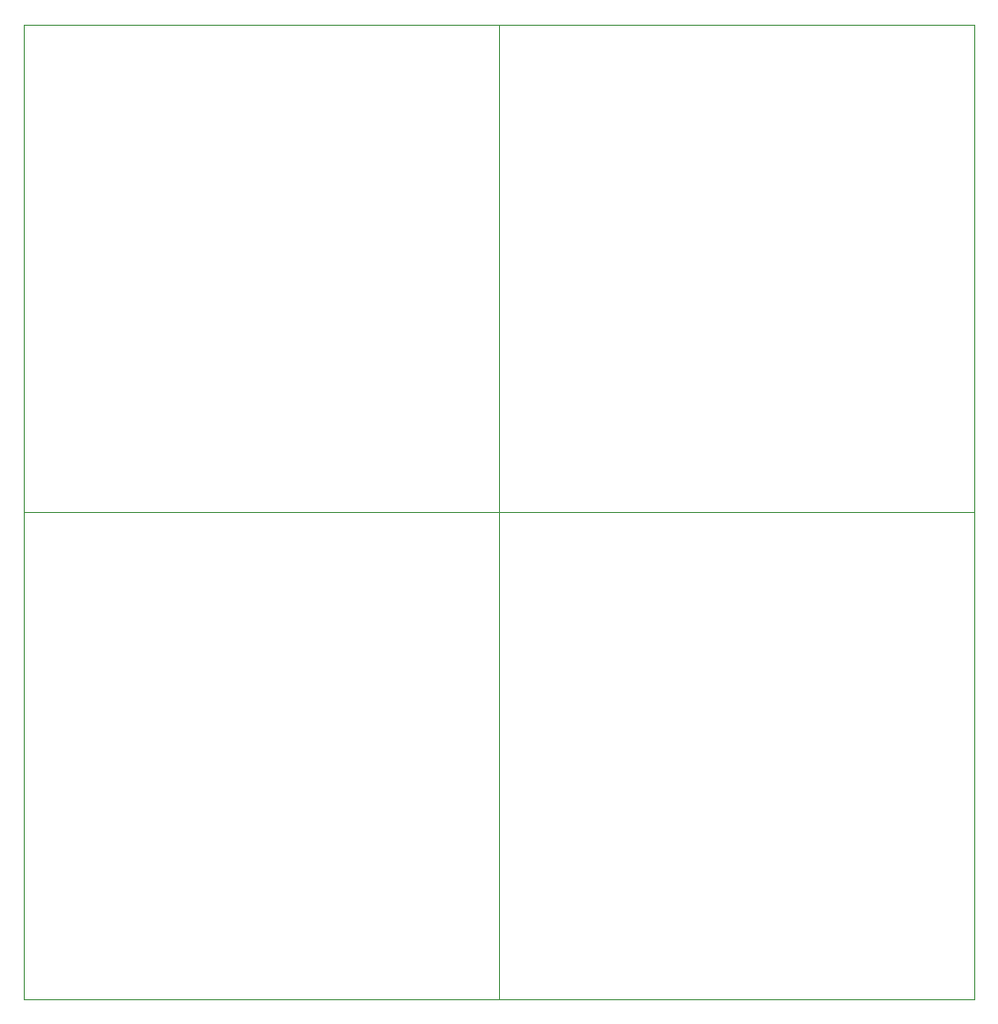
<source format=gm1>
G04 #@! TF.GenerationSoftware,KiCad,Pcbnew,(5.1.10)-1*
G04 #@! TF.CreationDate,2021-08-11T14:43:19-03:00*
G04 #@! TF.ProjectId,BQ25505,42513235-3530-4352-9e6b-696361645f70,rev?*
G04 #@! TF.SameCoordinates,Original*
G04 #@! TF.FileFunction,Profile,NP*
%FSLAX46Y46*%
G04 Gerber Fmt 4.6, Leading zero omitted, Abs format (unit mm)*
G04 Created by KiCad (PCBNEW (5.1.10)-1) date 2021-08-11 14:43:19*
%MOMM*%
%LPD*%
G01*
G04 APERTURE LIST*
G04 #@! TA.AperFunction,Profile*
%ADD10C,0.050000*%
G04 #@! TD*
G04 APERTURE END LIST*
D10*
X234950000Y-169422000D02*
X234950000Y-127766000D01*
X234950000Y-127762000D02*
X234950000Y-86106000D01*
X194310000Y-169422000D02*
X194310000Y-127766000D01*
X194310000Y-169168000D02*
X194310000Y-169422000D01*
X194310000Y-127508000D02*
X194310000Y-127762000D01*
X153670000Y-169168000D02*
X153670000Y-169422000D01*
X194310000Y-127766000D02*
X194310000Y-169168000D01*
X194310000Y-86106000D02*
X194310000Y-127508000D01*
X153670000Y-127766000D02*
X153670000Y-169168000D01*
X234950000Y-127766000D02*
X194310000Y-127766000D01*
X234950000Y-86106000D02*
X194310000Y-86106000D01*
X194310000Y-127766000D02*
X153670000Y-127766000D01*
X194310000Y-169422000D02*
X234950000Y-169422000D01*
X194310000Y-127762000D02*
X234950000Y-127762000D01*
X153670000Y-169422000D02*
X194310000Y-169422000D01*
X153670000Y-127508000D02*
X153670000Y-127762000D01*
X153670000Y-86106000D02*
X153670000Y-127508000D01*
X194310000Y-86106000D02*
X153670000Y-86106000D01*
X194310000Y-127762000D02*
X194310000Y-86106000D01*
X153670000Y-127762000D02*
X194310000Y-127762000D01*
M02*

</source>
